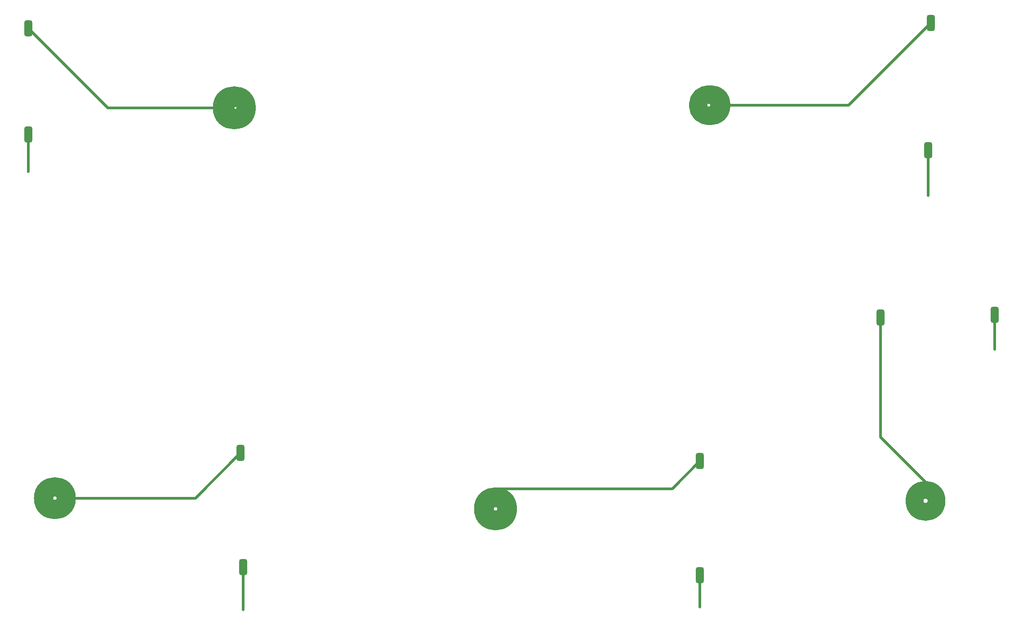
<source format=gtl>
%TF.GenerationSoftware,KiCad,Pcbnew,9.0.4*%
%TF.CreationDate,2025-11-17T00:44:37-05:00*%
%TF.ProjectId,new_plasma_pcb,6e65775f-706c-4617-936d-615f7063622e,rev?*%
%TF.SameCoordinates,Original*%
%TF.FileFunction,Copper,L1,Top*%
%TF.FilePolarity,Positive*%
%FSLAX46Y46*%
G04 Gerber Fmt 4.6, Leading zero omitted, Abs format (unit mm)*
G04 Created by KiCad (PCBNEW 9.0.4) date 2025-11-17 00:44:37*
%MOMM*%
%LPD*%
G01*
G04 APERTURE LIST*
G04 Aperture macros list*
%AMRoundRect*
0 Rectangle with rounded corners*
0 $1 Rounding radius*
0 $2 $3 $4 $5 $6 $7 $8 $9 X,Y pos of 4 corners*
0 Add a 4 corners polygon primitive as box body*
4,1,4,$2,$3,$4,$5,$6,$7,$8,$9,$2,$3,0*
0 Add four circle primitives for the rounded corners*
1,1,$1+$1,$2,$3*
1,1,$1+$1,$4,$5*
1,1,$1+$1,$6,$7*
1,1,$1+$1,$8,$9*
0 Add four rect primitives between the rounded corners*
20,1,$1+$1,$2,$3,$4,$5,0*
20,1,$1+$1,$4,$5,$6,$7,0*
20,1,$1+$1,$6,$7,$8,$9,0*
20,1,$1+$1,$8,$9,$2,$3,0*%
G04 Aperture macros list end*
%TA.AperFunction,Conductor*%
%ADD10C,0.500000*%
%TD*%
%TA.AperFunction,EtchedComponent*%
%ADD11C,3.600000*%
%TD*%
%TA.AperFunction,EtchedComponent*%
%ADD12C,0.200000*%
%TD*%
%TA.AperFunction,EtchedComponent*%
%ADD13C,3.500000*%
%TD*%
%TA.AperFunction,EtchedComponent*%
%ADD14C,3.350000*%
%TD*%
%TA.AperFunction,EtchedComponent*%
%ADD15C,3.400000*%
%TD*%
%TA.AperFunction,EtchedComponent*%
%ADD16C,3.200000*%
%TD*%
%TA.AperFunction,SMDPad,CuDef*%
%ADD17RoundRect,0.375000X-0.375000X-1.125000X0.375000X-1.125000X0.375000X1.125000X-0.375000X1.125000X0*%
%TD*%
%TA.AperFunction,ViaPad*%
%ADD18C,0.500000*%
%TD*%
%TA.AperFunction,ViaPad*%
%ADD19C,0.600000*%
%TD*%
G04 APERTURE END LIST*
D10*
%TO.N,(0.4)V+*%
X191500000Y-60500000D02*
G75*
G02*
X184500000Y-60500000I-3500000J0D01*
G01*
X184500000Y-60500000D02*
G75*
G02*
X191500000Y-60500000I3500000J0D01*
G01*
%TO.N,(0.7)V+*%
X232000000Y-135000000D02*
G75*
G02*
X225000000Y-135000000I-3500000J0D01*
G01*
X225000000Y-135000000D02*
G75*
G02*
X232000000Y-135000000I3500000J0D01*
G01*
%TO.N,(0.6)V+*%
X151300000Y-136500000D02*
G75*
G02*
X143700000Y-136500000I-3800000J0D01*
G01*
X143700000Y-136500000D02*
G75*
G02*
X151300000Y-136500000I3800000J0D01*
G01*
%TO.N,(0.5)V+*%
X68200000Y-134500000D02*
G75*
G02*
X60800000Y-134500000I-3700000J0D01*
G01*
X60800000Y-134500000D02*
G75*
G02*
X68200000Y-134500000I3700000J0D01*
G01*
%TO.N,(0.3)V+*%
X102100000Y-61000000D02*
G75*
G02*
X94500000Y-61000000I-3800000J0D01*
G01*
X94500000Y-61000000D02*
G75*
G02*
X102100000Y-61000000I3800000J0D01*
G01*
D11*
%TD*%
%TO.C,REF\u002A\u002A*%
X100500000Y-61000000D02*
G75*
G02*
X96500000Y-61000000I-2000000J0D01*
G01*
X96500000Y-61000000D02*
G75*
G02*
X100500000Y-61000000I2000000J0D01*
G01*
D12*
%TO.C,REF\u002A\u002A*%
X102105551Y-61000000D02*
G75*
G02*
X94894449Y-61000000I-3605551J0D01*
G01*
X94894449Y-61000000D02*
G75*
G02*
X102105551Y-61000000I3605551J0D01*
G01*
D13*
X189650000Y-60500000D02*
G75*
G02*
X185650000Y-60500000I-2000000J0D01*
G01*
X185650000Y-60500000D02*
G75*
G02*
X189650000Y-60500000I2000000J0D01*
G01*
D14*
X149500000Y-136500000D02*
G75*
G02*
X145500000Y-136500000I-2000000J0D01*
G01*
X145500000Y-136500000D02*
G75*
G02*
X149500000Y-136500000I2000000J0D01*
G01*
D15*
X66500000Y-134500000D02*
G75*
G02*
X62500000Y-134500000I-2000000J0D01*
G01*
X62500000Y-134500000D02*
G75*
G02*
X66500000Y-134500000I2000000J0D01*
G01*
D16*
X230500000Y-135000000D02*
G75*
G02*
X226500000Y-135000000I-2000000J0D01*
G01*
X226500000Y-135000000D02*
G75*
G02*
X230500000Y-135000000I2000000J0D01*
G01*
%TD*%
D17*
%TO.P,GND,9*%
%TO.N,0.7GND*%
X241500000Y-100000000D03*
%TD*%
%TO.P,GND,7*%
%TO.N,0.4GND*%
X229000000Y-69000000D03*
%TD*%
%TO.P,V+,4*%
%TO.N,(0.5)V+*%
X99500000Y-126000000D03*
%TD*%
%TO.P,V+,3*%
%TO.N,(0.4)V+*%
X229500000Y-45000000D03*
%TD*%
%TO.P,V+,6*%
%TO.N,(0.7)V+*%
X220000000Y-100500000D03*
%TD*%
%TO.P,V+,1*%
%TO.N,(0.3)V+*%
X59500000Y-46000000D03*
%TD*%
%TO.P,GND,9*%
%TO.N,0.6GND*%
X186000000Y-149000000D03*
%TD*%
%TO.P,GND,2*%
%TO.N,0.3GND*%
X59500000Y-66000000D03*
%TD*%
%TO.P,V+,5*%
%TO.N,(0.6)V+*%
X186000000Y-127500000D03*
%TD*%
%TO.P,GND,8*%
%TO.N,0.5GND*%
X100000000Y-147500000D03*
%TD*%
D18*
%TO.N,0.4GND*%
X229000000Y-77500000D03*
%TO.N,0.5GND*%
X100000000Y-155500000D03*
D19*
%TO.N,0.3GND*%
X59500000Y-73000000D03*
D18*
%TO.N,0.6GND*%
X186000000Y-155000000D03*
%TO.N,0.7GND*%
X241500000Y-106500000D03*
%TD*%
D10*
%TO.N,(0.4)V+*%
X191500000Y-60500000D02*
X214000000Y-60500000D01*
X214000000Y-60500000D02*
X229500000Y-45000000D01*
%TO.N,(0.5)V+*%
X68200000Y-134500000D02*
X91000000Y-134500000D01*
X91000000Y-134500000D02*
X99500000Y-126000000D01*
%TO.N,(0.6)V+*%
X180800000Y-132700000D02*
X186000000Y-127500000D01*
X147500000Y-132700000D02*
X180800000Y-132700000D01*
%TO.N,(0.7)V+*%
X228500000Y-131500000D02*
X220000000Y-123000000D01*
X220000000Y-123000000D02*
X220000000Y-100500000D01*
%TO.N,0.4GND*%
X229000000Y-69000000D02*
X229000000Y-77500000D01*
%TO.N,0.5GND*%
X100000000Y-147500000D02*
X100000000Y-155500000D01*
%TO.N,0.3GND*%
X59500000Y-66000000D02*
X59500000Y-73000000D01*
%TO.N,(0.3)V+*%
X59500000Y-46000000D02*
X74500000Y-61000000D01*
X74500000Y-61000000D02*
X94443449Y-61000000D01*
%TO.N,0.6GND*%
X186000000Y-149000000D02*
X186000000Y-155000000D01*
%TO.N,0.7GND*%
X241500000Y-100000000D02*
X241500000Y-106500000D01*
%TD*%
M02*

</source>
